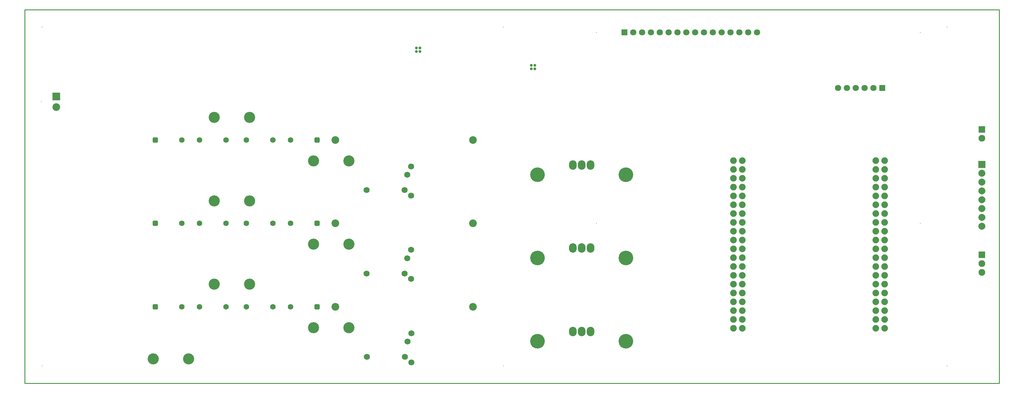
<source format=gbs>
G04 Layer_Color=16711935*
%FSLAX43Y43*%
%MOMM*%
G71*
G01*
G75*
%ADD38C,0.254*%
%ADD98O,2.203X2.703*%
%ADD99C,2.203*%
%ADD100C,3.203*%
%ADD101C,1.803*%
%ADD102R,1.803X1.803*%
%ADD103C,1.727*%
%ADD106C,1.903*%
%ADD107R,1.953X1.953*%
%ADD108C,1.953*%
%ADD109C,4.203*%
%ADD110R,2.203X2.203*%
%ADD111R,0.203X0.203*%
%ADD112R,2.003X2.003*%
%ADD113C,2.003*%
%ADD114C,1.603*%
G04:AMPARAMS|DCode=115|XSize=1.603mm|YSize=1.603mm|CornerRadius=0.452mm|HoleSize=0mm|Usage=FLASHONLY|Rotation=0.000|XOffset=0mm|YOffset=0mm|HoleType=Round|Shape=RoundedRectangle|*
%AMROUNDEDRECTD115*
21,1,1.603,0.700,0,0,0.0*
21,1,0.700,1.603,0,0,0.0*
1,1,0.903,0.350,-0.350*
1,1,0.903,-0.350,-0.350*
1,1,0.903,-0.350,0.350*
1,1,0.903,0.350,0.350*
%
%ADD115ROUNDEDRECTD115*%
%ADD116C,0.803*%
%ADD117C,0.203*%
D38*
X0Y0D02*
Y107500D01*
X280000D01*
Y0D02*
Y107500D01*
X0Y0D02*
X280000D01*
D98*
X157450Y62800D02*
D03*
X160000D02*
D03*
X162550D02*
D03*
X157450Y14900D02*
D03*
X160000D02*
D03*
X162550D02*
D03*
Y38900D02*
D03*
X160000D02*
D03*
X157450D02*
D03*
D99*
X128750Y70000D02*
D03*
X89250D02*
D03*
X9000Y79500D02*
D03*
X128750Y22000D02*
D03*
X89250D02*
D03*
X128750Y46000D02*
D03*
X89250D02*
D03*
D100*
X93080Y16000D02*
D03*
X82920D02*
D03*
X36920Y7000D02*
D03*
X47080D02*
D03*
X54420Y76500D02*
D03*
X64580D02*
D03*
X54420Y52500D02*
D03*
X64580D02*
D03*
X54420Y28500D02*
D03*
X64580D02*
D03*
X82920Y64000D02*
D03*
X93080D02*
D03*
X82920Y40000D02*
D03*
X93080D02*
D03*
D101*
X236190Y85000D02*
D03*
X241270D02*
D03*
X243810D02*
D03*
X238730D02*
D03*
X233650D02*
D03*
X210350Y101000D02*
D03*
X205270D02*
D03*
X200190D02*
D03*
X197650D02*
D03*
X192570D02*
D03*
X187490D02*
D03*
X182410D02*
D03*
X177330D02*
D03*
X174790D02*
D03*
X179870D02*
D03*
X184950D02*
D03*
X190030D02*
D03*
X195110D02*
D03*
X202730D02*
D03*
X207810D02*
D03*
D102*
X246350Y85000D02*
D03*
X172250Y101000D02*
D03*
D103*
X111000Y54000D02*
D03*
X109880Y59970D02*
D03*
X98200Y55570D02*
D03*
X109120D02*
D03*
X111000Y62380D02*
D03*
X111100Y6000D02*
D03*
X109980Y11970D02*
D03*
X98300Y7570D02*
D03*
X109220D02*
D03*
X111100Y14380D02*
D03*
X111000Y38380D02*
D03*
X109880Y35970D02*
D03*
X109120Y31570D02*
D03*
X111000Y30000D02*
D03*
X98200Y31570D02*
D03*
D106*
X244460Y64100D02*
D03*
Y61560D02*
D03*
Y59020D02*
D03*
Y56480D02*
D03*
Y53940D02*
D03*
Y51400D02*
D03*
Y48860D02*
D03*
Y46320D02*
D03*
Y43780D02*
D03*
Y41240D02*
D03*
Y38700D02*
D03*
Y36160D02*
D03*
Y33620D02*
D03*
Y31080D02*
D03*
Y28540D02*
D03*
Y26000D02*
D03*
Y23460D02*
D03*
Y20920D02*
D03*
Y18380D02*
D03*
Y15840D02*
D03*
X247000Y64100D02*
D03*
Y61560D02*
D03*
Y59020D02*
D03*
Y56480D02*
D03*
Y53940D02*
D03*
Y51400D02*
D03*
Y48860D02*
D03*
Y46320D02*
D03*
Y43780D02*
D03*
Y41240D02*
D03*
Y38700D02*
D03*
Y36160D02*
D03*
Y33620D02*
D03*
Y31080D02*
D03*
Y28540D02*
D03*
Y26000D02*
D03*
Y23460D02*
D03*
Y20920D02*
D03*
Y18380D02*
D03*
Y15840D02*
D03*
X206100D02*
D03*
Y18380D02*
D03*
Y20920D02*
D03*
Y23460D02*
D03*
Y26000D02*
D03*
Y28540D02*
D03*
Y31080D02*
D03*
Y33620D02*
D03*
Y36160D02*
D03*
Y38700D02*
D03*
Y41240D02*
D03*
Y43780D02*
D03*
Y46320D02*
D03*
Y48860D02*
D03*
Y51400D02*
D03*
Y53940D02*
D03*
Y56480D02*
D03*
Y59020D02*
D03*
Y61560D02*
D03*
Y64100D02*
D03*
X203560Y15840D02*
D03*
Y18380D02*
D03*
Y20920D02*
D03*
Y23460D02*
D03*
Y26000D02*
D03*
Y28540D02*
D03*
Y31080D02*
D03*
Y33620D02*
D03*
Y36160D02*
D03*
Y38700D02*
D03*
Y41240D02*
D03*
Y43780D02*
D03*
Y46320D02*
D03*
Y48860D02*
D03*
Y51400D02*
D03*
Y53940D02*
D03*
Y56480D02*
D03*
Y59020D02*
D03*
Y61560D02*
D03*
Y64100D02*
D03*
D107*
X275000Y37000D02*
D03*
Y73000D02*
D03*
D108*
Y34460D02*
D03*
Y31920D02*
D03*
Y70460D02*
D03*
D109*
X172700Y12100D02*
D03*
X147300D02*
D03*
X172700Y60000D02*
D03*
X147300D02*
D03*
X172700Y36000D02*
D03*
X147300D02*
D03*
D110*
X9000Y82500D02*
D03*
D111*
X4680Y81000D02*
D03*
D112*
X275000Y63000D02*
D03*
D113*
Y60460D02*
D03*
Y57920D02*
D03*
Y55380D02*
D03*
Y52840D02*
D03*
Y50300D02*
D03*
Y47760D02*
D03*
Y45220D02*
D03*
D114*
X57820Y70000D02*
D03*
X50200D02*
D03*
X45120D02*
D03*
X76380Y22000D02*
D03*
X71300D02*
D03*
X63680D02*
D03*
X57820Y22000D02*
D03*
X50200D02*
D03*
X45120D02*
D03*
X76380Y46000D02*
D03*
X71300D02*
D03*
X63680D02*
D03*
X57820Y46000D02*
D03*
X50200D02*
D03*
X45120D02*
D03*
X76380Y70000D02*
D03*
X71300D02*
D03*
X63680D02*
D03*
D115*
X37500Y70000D02*
D03*
X84000Y22000D02*
D03*
X37500Y22000D02*
D03*
X84000Y46000D02*
D03*
X37500Y46000D02*
D03*
X84000Y70000D02*
D03*
D116*
X112500Y96500D02*
D03*
X113500D02*
D03*
X112500Y95500D02*
D03*
X113500D02*
D03*
X146500Y90500D02*
D03*
X145500D02*
D03*
X146500Y91500D02*
D03*
X145500D02*
D03*
D117*
X5000Y102500D02*
D03*
X164250Y101000D02*
D03*
Y46000D02*
D03*
X257270D02*
D03*
X257250Y101000D02*
D03*
X5000Y5000D02*
D03*
X137500Y5000D02*
D03*
X265000Y5000D02*
D03*
Y102500D02*
D03*
X137500D02*
D03*
M02*

</source>
